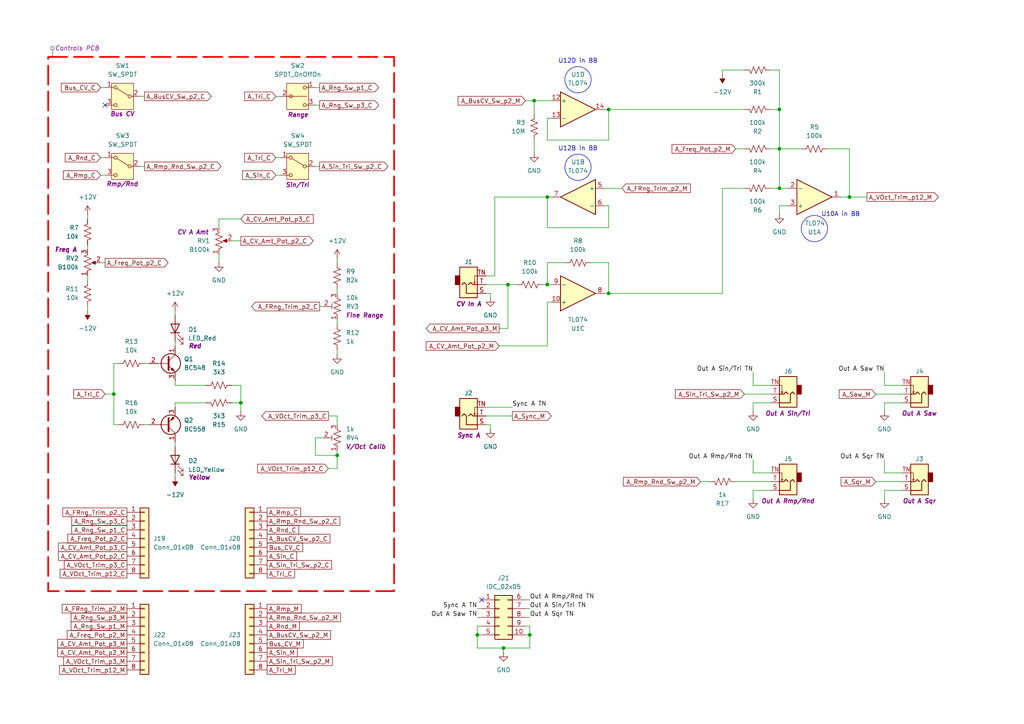
<source format=kicad_sch>
(kicad_sch (version 20250114) (generator "eeschema") (generator_version "9.0")
  (paper "A4")
  (title_block (company "DMH Instruments") (comment 1 "PCB for 10cm Kosmo format synthesizer module"))
  (lib_symbols
    (symbol "Amplifier_Operational:TL074" (pin_names (offset 0.127))
      (property "Reference" "U" (at 0 5.08 0))
      (property "Value" "TL074" (at 0 -5.08 0))
      (symbol "TL074_1_1"
        (pin input line (at -7.62 2.54 0) (length 2.54) (name "+") (number "3"))
        (pin input line (at -7.62 -2.54 0) (length 2.54) (name "-") (number "2"))
        (pin output line (at 7.62 0 180) (length 2.54) (name "~") (number "1"))
      )
      (symbol "TL074_2_1"
        (pin input line (at -7.62 2.54 0) (length 2.54) (name "+") (number "5"))
        (pin input line (at -7.62 -2.54 0) (length 2.54) (name "-") (number "6"))
        (pin output line (at 7.62 0 180) (length 2.54) (name "~") (number "7"))
      )
      (symbol "TL074_3_1"
        (pin input line (at -7.62 2.54 0) (length 2.54) (name "+") (number "10"))
        (pin input line (at -7.62 -2.54 0) (length 2.54) (name "-") (number "9"))
        (pin output line (at 7.62 0 180) (length 2.54) (name "~") (number "8"))
      )
      (symbol "TL074_4_1"
        (pin input line (at -7.62 2.54 0) (length 2.54) (name "+") (number "12"))
        (pin input line (at -7.62 -2.54 0) (length 2.54) (name "-") (number "13"))
        (pin output line (at 7.62 0 180) (length 2.54) (name "~") (number "14"))
      )
      (symbol "TL074_5_1"
        (pin power_in line (at -2.54 7.62 270) (length 3.81) (name "V+") (number "4"))
        (pin power_in line (at -2.54 -7.62 90) (length 3.81) (name "V-") (number "11"))
      )
    )
    (symbol "Connector_Generic:Conn_01x08" (pin_names (offset 1.016) (hide yes))
      (property "Reference" "J" (at 0 10.16 0))
      (property "Value" "Conn_01x08" (at 0 -12.7 0))
      (symbol "Conn_01x08_1_1"
        (pin passive line (at -5.08 7.62 0) (length 3.81) (name "Pin_1") (number "1"))
        (pin passive line (at -5.08 5.08 0) (length 3.81) (name "Pin_2") (number "2"))
        (pin passive line (at -5.08 2.54 0) (length 3.81) (name "Pin_3") (number "3"))
        (pin passive line (at -5.08 0 0) (length 3.81) (name "Pin_4") (number "4"))
        (pin passive line (at -5.08 -2.54 0) (length 3.81) (name "Pin_5") (number "5"))
        (pin passive line (at -5.08 -5.08 0) (length 3.81) (name "Pin_6") (number "6"))
        (pin passive line (at -5.08 -7.62 0) (length 3.81) (name "Pin_7") (number "7"))
        (pin passive line (at -5.08 -10.16 0) (length 3.81) (name "Pin_8") (number "8"))
      )
    )
    (symbol "Device:LED" (pin_numbers (hide yes)) (pin_names (offset 1.016) (hide yes))
      (property "Reference" "D" (at 0 2.54 0))
      (property "Value" "LED" (at 0 -2.54 0))
      (symbol "LED_1_1"
        (pin passive line (at -3.81 0 0) (length 2.54) (name "K") (number "1"))
        (pin passive line (at 3.81 0 180) (length 2.54) (name "A") (number "2"))
      )
    )
    (symbol "Device:R_Potentiometer_Trim_US" (pin_names (offset 1.016) (hide yes))
      (property "Reference" "RV" (at -4.445 0 90))
      (property "Value" "R_Potentiometer_Trim_US" (at -2.54 0 90))
      (symbol "R_Potentiometer_Trim_US_1_1"
        (pin passive line (at 0 3.81 270) (length 1.27) (name "1") (number "1"))
        (pin passive line (at 0 -3.81 90) (length 1.27) (name "3") (number "3"))
        (pin passive line (at 3.81 0 180) (length 1.27) (name "2") (number "2"))
      )
    )
    (symbol "Device:R_Potentiometer_US" (pin_names (offset 1.016) (hide yes))
      (property "Reference" "RV" (at -4.445 0 90))
      (property "Value" "R_Potentiometer_US" (at -2.54 0 90))
      (symbol "R_Potentiometer_US_1_1"
        (pin passive line (at 0 3.81 270) (length 1.27) (name "1") (number "1"))
        (pin passive line (at 0 -3.81 90) (length 1.27) (name "3") (number "3"))
        (pin passive line (at 3.81 0 180) (length 1.27) (name "2") (number "2"))
      )
    )
    (symbol "Device:R_US" (pin_numbers (hide yes)) (pin_names (offset 0))
      (property "Reference" "R" (at 2.54 0 90))
      (property "Value" "R_US" (at -2.54 0 90))
      (symbol "R_US_1_1"
        (pin passive line (at 0 3.81 270) (length 1.27) (name "~") (number "1"))
        (pin passive line (at 0 -3.81 90) (length 1.27) (name "~") (number "2"))
      )
    )
    (symbol "Switch:SW_SPDT" (pin_names (offset 0) (hide yes))
      (property "Reference" "SW" (at 0 5.08 0))
      (property "Value" "SW_SPDT" (at 0 -5.08 0))
      (symbol "SW_SPDT_1_1"
        (pin passive line (at -5.08 0 0) (length 2.54) (name "B") (number "2"))
        (pin passive line (at 5.08 2.54 180) (length 2.54) (name "A") (number "1"))
        (pin passive line (at 5.08 -2.54 180) (length 2.54) (name "C") (number "3"))
      )
    )
    (symbol "SynthStuff:BackBone_Connector_10Pin" (pin_names (offset 1.016) (hide yes))
      (property "Reference" "J" (at 0 -10.922 0))
      (property "Value" "IDC_02x05" (at 0 -8.382 0))
      (symbol "BackBone_Connector_10Pin_1_1"
        (pin passive line (at -6.35 5.08 0) (length 3.81) (name "Pin_1") (number "1"))
        (pin passive line (at -6.35 2.54 0) (length 3.81) (name "Pin_2") (number "2"))
        (pin passive line (at -6.35 0 0) (length 3.81) (name "Pin_3") (number "3"))
        (pin passive line (at -6.35 -2.54 0) (length 3.81) (name "Pin_4") (number "4"))
        (pin passive line (at -6.35 -5.08 0) (length 3.81) (name "Pin_5") (number "5"))
        (pin passive line (at 6.35 5.08 180) (length 3.81) (name "Pin_6") (number "6"))
        (pin passive line (at 6.35 2.54 180) (length 3.81) (name "Pin_7") (number "7"))
        (pin passive line (at 6.35 0 180) (length 3.81) (name "Pin_8") (number "8"))
        (pin passive line (at 6.35 -2.54 180) (length 3.81) (name "Pin_9") (number "9"))
        (pin passive line (at 6.35 -5.08 180) (length 3.81) (name "Pin_10") (number "10"))
      )
    )
    (symbol "SynthStuff:SW_SPDT_OnOffOn" (pin_names (offset 0) (hide yes))
      (property "Reference" "SW" (at 0 5.08 0))
      (property "Value" "SPDT_OnOffOn" (at 0 -5.08 0))
      (symbol "SW_SPDT_OnOffOn_1_1"
        (pin passive line (at -5.08 0 0) (length 2.54) (name "B") (number "2"))
        (pin passive line (at 5.08 2.54 180) (length 2.54) (name "A") (number "1"))
        (pin passive line (at 5.08 -2.54 180) (length 2.54) (name "C") (number "3"))
      )
    )
    (symbol "SynthStuff:TS_Jack_6.35mm_Sw"
      (property "Reference" "J" (at -0.635 8.89 0))
      (property "Value" "TS_Jack_6.35mm_Sw" (at -0.635 6.35 0))
      (symbol "TS_Jack_6.35mm_Sw_1_1"
        (pin passive line (at 5.08 2.54 180) (length 2.54) (name "~") (number "S"))
        (pin passive line (at 5.08 0 180) (length 2.54) (name "~") (number "T"))
        (pin passive line (at 5.08 -2.54 180) (length 2.54) (name "~") (number "TN"))
      )
    )
    (symbol "Transistor_BJT:BC548" (pin_names (offset 0) (hide yes))
      (property "Reference" "Q" (at 5.08 1.905 0))
      (property "Value" "BC548" (at 5.08 0 0))
      (symbol "BC548_1_1"
        (pin input line (at -5.08 0 0) (length 2.54) (name "B") (number "2"))
        (pin passive line (at 2.54 5.08 270) (length 2.54) (name "C") (number "1"))
        (pin passive line (at 2.54 -5.08 90) (length 2.54) (name "E") (number "3"))
      )
    )
    (symbol "Transistor_BJT:BC558" (pin_names (offset 0) (hide yes))
      (property "Reference" "Q" (at 5.08 1.905 0))
      (property "Value" "BC558" (at 5.08 0 0))
      (symbol "BC558_1_1"
        (pin input line (at -5.08 0 0) (length 2.54) (name "B") (number "2"))
        (pin passive line (at 2.54 5.08 270) (length 2.54) (name "C") (number "1"))
        (pin passive line (at 2.54 -5.08 90) (length 2.54) (name "E") (number "3"))
      )
    )
    (symbol "power:+12V" (power) (pin_numbers (hide yes)) (pin_names (offset 0) (hide yes))
      (property "Value" "+12V" (at 0 3.556 0))
      (symbol "+12V_1_1"
        (pin power_in line (at 0 0 90) (length 0) (name "~") (number "1"))
      )
    )
    (symbol "power:-12V" (power) (pin_numbers (hide yes)) (pin_names (offset 0) (hide yes))
      (property "Value" "-12V" (at 0 3.556 0))
      (symbol "-12V_0_0"
        (pin power_in line (at 0 0 90) (length 0) (name "~") (number "1"))
      )
    )
    (symbol "power:GND" (power) (pin_numbers (hide yes)) (pin_names (offset 0) (hide yes))
      (property "Value" "GND" (at 0 -3.81 0))
      (symbol "GND_1_1"
        (pin power_in line (at 0 0 270) (length 0) (name "~") (number "1"))
      )
    )
  )
  (circle (center 236.22 66.294) (radius 3.81))
  (circle (center 167.64 48.514) (radius 3.81))
  (circle (center 167.64 23.114) (radius 3.81))
  (text "U12B in BB" (at 167.64 43.18 0) (effects (font (size 1.27 1.27))))
  (text "U10A in BB" (at 243.84 62.23 0) (effects (font (size 1.27 1.27))))
  (text "U12D in BB" (at 167.64 17.78 0) (effects (font (size 1.27 1.27))))
  (junction (at 154.94 29.21))
  (junction (at 146.05 187.96))
  (junction (at 158.75 82.55))
  (junction (at 158.75 57.15))
  (junction (at 147.32 82.55))
  (junction (at 176.53 31.75))
  (junction (at 153.67 184.15))
  (junction (at 226.06 54.61))
  (junction (at 226.06 31.75))
  (junction (at 176.53 85.09))
  (junction (at 97.79 132.08))
  (junction (at 138.43 184.15))
  (junction (at 33.02 114.3))
  (junction (at 226.06 43.18))
  (junction (at 246.38 57.15))
  (junction (at 69.85 116.84))
  (no_connect (at 139.7 173.99))
  (no_connect (at 30.48 30.48))
  (wire (pts (xy 25.4 88.9) (xy 25.4 90.17)))
  (wire (pts (xy 223.52 31.75) (xy 226.06 31.75)))
  (wire (pts (xy 218.44 137.16) (xy 223.52 137.16)))
  (wire (pts (xy 97.79 120.65) (xy 97.79 123.19)))
  (wire (pts (xy 153.67 184.15) (xy 153.67 187.96)))
  (wire (pts (xy 254 114.3) (xy 261.62 114.3)))
  (wire (pts (xy 256.54 142.24) (xy 256.54 144.78)))
  (wire (pts (xy 176.53 85.09) (xy 175.26 85.09)))
  (wire (pts (xy 97.79 83.82) (xy 97.79 85.09)))
  (wire (pts (xy 33.02 114.3) (xy 33.02 105.41)))
  (wire (pts (xy 203.2 139.7) (xy 205.74 139.7)))
  (wire (pts (xy 91.44 127) (xy 91.44 132.08)))
  (wire (pts (xy 218.44 116.84) (xy 218.44 119.38)))
  (wire (pts (xy 158.75 66.04) (xy 158.75 57.15)))
  (wire (pts (xy 91.44 25.4) (xy 92.71 25.4)))
  (wire (pts (xy 91.44 30.48) (xy 92.71 30.48)))
  (wire (pts (xy 143.51 80.01) (xy 143.51 57.15)))
  (wire (pts (xy 226.06 43.18) (xy 226.06 54.61)))
  (wire (pts (xy 158.75 82.55) (xy 160.02 82.55)))
  (wire (pts (xy 25.4 71.12) (xy 25.4 72.39)))
  (wire (pts (xy 50.8 111.76) (xy 50.8 110.49)))
  (wire (pts (xy 218.44 142.24) (xy 218.44 144.78)))
  (wire (pts (xy 140.97 118.11) (xy 148.59 118.11)))
  (wire (pts (xy 246.38 57.15) (xy 251.46 57.15)))
  (wire (pts (xy 209.55 21.59) (xy 209.55 20.32)))
  (wire (pts (xy 59.69 111.76) (xy 50.8 111.76)))
  (wire (pts (xy 41.91 105.41) (xy 43.18 105.41)))
  (wire (pts (xy 152.4 173.99) (xy 153.67 173.99)))
  (wire (pts (xy 223.52 142.24) (xy 218.44 142.24)))
  (wire (pts (xy 223.52 54.61) (xy 226.06 54.61)))
  (wire (pts (xy 171.45 76.2) (xy 176.53 76.2)))
  (wire (pts (xy 95.25 135.89) (xy 97.79 135.89)))
  (wire (pts (xy 213.36 139.7) (xy 223.52 139.7)))
  (wire (pts (xy 146.05 187.96) (xy 146.05 189.23)))
  (wire (pts (xy 50.8 99.06) (xy 50.8 100.33)))
  (wire (pts (xy 33.02 123.19) (xy 33.02 114.3)))
  (wire (pts (xy 25.4 62.23) (xy 25.4 63.5)))
  (wire (pts (xy 175.26 31.75) (xy 176.53 31.75)))
  (wire (pts (xy 142.24 86.36) (xy 142.24 85.09)))
  (wire (pts (xy 154.94 40.64) (xy 154.94 44.45)))
  (wire (pts (xy 34.29 123.19) (xy 33.02 123.19)))
  (wire (pts (xy 30.48 114.3) (xy 33.02 114.3)))
  (wire (pts (xy 246.38 43.18) (xy 246.38 57.15)))
  (wire (pts (xy 176.53 40.64) (xy 176.53 31.75)))
  (wire (pts (xy 246.38 57.15) (xy 243.84 57.15)))
  (wire (pts (xy 29.21 76.2) (xy 30.48 76.2)))
  (wire (pts (xy 95.25 120.65) (xy 97.79 120.65)))
  (wire (pts (xy 226.06 43.18) (xy 232.41 43.18)))
  (wire (pts (xy 176.53 76.2) (xy 176.53 85.09)))
  (wire (pts (xy 138.43 176.53) (xy 139.7 176.53)))
  (wire (pts (xy 29.21 25.4) (xy 30.48 25.4)))
  (wire (pts (xy 223.52 20.32) (xy 226.06 20.32)))
  (wire (pts (xy 256.54 107.95) (xy 256.54 111.76)))
  (wire (pts (xy 226.06 59.69) (xy 226.06 62.23)))
  (wire (pts (xy 152.4 184.15) (xy 153.67 184.15)))
  (wire (pts (xy 144.78 100.33) (xy 158.75 100.33)))
  (wire (pts (xy 138.43 181.61) (xy 138.43 184.15)))
  (wire (pts (xy 67.31 69.85) (xy 69.85 69.85)))
  (wire (pts (xy 140.97 120.65) (xy 148.59 120.65)))
  (wire (pts (xy 138.43 184.15) (xy 138.43 187.96)))
  (wire (pts (xy 29.21 50.8) (xy 30.48 50.8)))
  (wire (pts (xy 80.01 50.8) (xy 81.28 50.8)))
  (wire (pts (xy 139.7 181.61) (xy 138.43 181.61)))
  (wire (pts (xy 140.97 82.55) (xy 147.32 82.55)))
  (wire (pts (xy 158.75 76.2) (xy 158.75 82.55)))
  (wire (pts (xy 59.69 116.84) (xy 50.8 116.84)))
  (wire (pts (xy 80.01 45.72) (xy 81.28 45.72)))
  (wire (pts (xy 50.8 116.84) (xy 50.8 118.11)))
  (wire (pts (xy 226.06 20.32) (xy 226.06 31.75)))
  (wire (pts (xy 213.36 43.18) (xy 215.9 43.18)))
  (wire (pts (xy 29.21 45.72) (xy 30.48 45.72)))
  (wire (pts (xy 25.4 80.01) (xy 25.4 81.28)))
  (wire (pts (xy 67.31 111.76) (xy 69.85 111.76)))
  (wire (pts (xy 142.24 124.46) (xy 142.24 123.19)))
  (wire (pts (xy 147.32 95.25) (xy 147.32 82.55)))
  (wire (pts (xy 152.4 179.07) (xy 153.67 179.07)))
  (wire (pts (xy 176.53 85.09) (xy 209.55 85.09)))
  (wire (pts (xy 50.8 137.16) (xy 50.8 138.43)))
  (wire (pts (xy 223.52 116.84) (xy 218.44 116.84)))
  (wire (pts (xy 138.43 187.96) (xy 146.05 187.96)))
  (wire (pts (xy 67.31 116.84) (xy 69.85 116.84)))
  (wire (pts (xy 226.06 59.69) (xy 228.6 59.69)))
  (wire (pts (xy 153.67 181.61) (xy 153.67 184.15)))
  (wire (pts (xy 254 139.7) (xy 261.62 139.7)))
  (wire (pts (xy 218.44 111.76) (xy 223.52 111.76)))
  (wire (pts (xy 97.79 101.6) (xy 97.79 102.87)))
  (wire (pts (xy 142.24 123.19) (xy 140.97 123.19)))
  (wire (pts (xy 93.98 127) (xy 91.44 127)))
  (wire (pts (xy 261.62 142.24) (xy 256.54 142.24)))
  (wire (pts (xy 143.51 57.15) (xy 158.75 57.15)))
  (wire (pts (xy 97.79 132.08) (xy 97.79 130.81)))
  (wire (pts (xy 215.9 114.3) (xy 223.52 114.3)))
  (wire (pts (xy 256.54 116.84) (xy 256.54 119.38)))
  (wire (pts (xy 158.75 34.29) (xy 158.75 40.64)))
  (wire (pts (xy 175.26 59.69) (xy 176.53 59.69)))
  (wire (pts (xy 146.05 187.96) (xy 153.67 187.96)))
  (wire (pts (xy 180.34 54.61) (xy 175.26 54.61)))
  (wire (pts (xy 80.01 27.94) (xy 81.28 27.94)))
  (wire (pts (xy 50.8 128.27) (xy 50.8 129.54)))
  (wire (pts (xy 69.85 116.84) (xy 69.85 119.38)))
  (wire (pts (xy 256.54 111.76) (xy 261.62 111.76)))
  (wire (pts (xy 97.79 135.89) (xy 97.79 132.08)))
  (wire (pts (xy 158.75 76.2) (xy 163.83 76.2)))
  (wire (pts (xy 160.02 34.29) (xy 158.75 34.29)))
  (wire (pts (xy 91.44 132.08) (xy 97.79 132.08)))
  (wire (pts (xy 63.5 63.5) (xy 63.5 66.04)))
  (wire (pts (xy 40.64 27.94) (xy 41.91 27.94)))
  (wire (pts (xy 138.43 179.07) (xy 139.7 179.07)))
  (wire (pts (xy 209.55 20.32) (xy 215.9 20.32)))
  (wire (pts (xy 176.53 31.75) (xy 215.9 31.75)))
  (wire (pts (xy 41.91 123.19) (xy 43.18 123.19)))
  (wire (pts (xy 50.8 90.17) (xy 50.8 91.44)))
  (wire (pts (xy 152.4 176.53) (xy 153.67 176.53)))
  (wire (pts (xy 154.94 29.21) (xy 154.94 33.02)))
  (wire (pts (xy 209.55 85.09) (xy 209.55 54.61)))
  (wire (pts (xy 157.48 82.55) (xy 158.75 82.55)))
  (wire (pts (xy 223.52 43.18) (xy 226.06 43.18)))
  (wire (pts (xy 152.4 29.21) (xy 154.94 29.21)))
  (wire (pts (xy 158.75 100.33) (xy 158.75 87.63)))
  (wire (pts (xy 92.71 88.9) (xy 93.98 88.9)))
  (wire (pts (xy 152.4 181.61) (xy 153.67 181.61)))
  (wire (pts (xy 97.79 74.93) (xy 97.79 76.2)))
  (wire (pts (xy 209.55 54.61) (xy 215.9 54.61)))
  (wire (pts (xy 218.44 137.16) (xy 218.44 133.35)))
  (wire (pts (xy 69.85 63.5) (xy 63.5 63.5)))
  (wire (pts (xy 147.32 82.55) (xy 149.86 82.55)))
  (wire (pts (xy 97.79 92.71) (xy 97.79 93.98)))
  (wire (pts (xy 142.24 85.09) (xy 140.97 85.09)))
  (wire (pts (xy 140.97 80.01) (xy 143.51 80.01)))
  (wire (pts (xy 228.6 54.61) (xy 226.06 54.61)))
  (wire (pts (xy 40.64 48.26) (xy 41.91 48.26)))
  (wire (pts (xy 138.43 184.15) (xy 139.7 184.15)))
  (wire (pts (xy 261.62 116.84) (xy 256.54 116.84)))
  (wire (pts (xy 176.53 66.04) (xy 158.75 66.04)))
  (wire (pts (xy 154.94 29.21) (xy 160.02 29.21)))
  (wire (pts (xy 160.02 57.15) (xy 158.75 57.15)))
  (wire (pts (xy 158.75 87.63) (xy 160.02 87.63)))
  (wire (pts (xy 144.78 95.25) (xy 147.32 95.25)))
  (wire (pts (xy 256.54 137.16) (xy 261.62 137.16)))
  (wire (pts (xy 91.44 48.26) (xy 92.71 48.26)))
  (wire (pts (xy 226.06 31.75) (xy 226.06 43.18)))
  (wire (pts (xy 240.03 43.18) (xy 246.38 43.18)))
  (wire (pts (xy 158.75 40.64) (xy 176.53 40.64)))
  (wire (pts (xy 218.44 107.95) (xy 218.44 111.76)))
  (wire (pts (xy 176.53 59.69) (xy 176.53 66.04)))
  (wire (pts (xy 63.5 73.66) (xy 63.5 76.2)))
  (wire (pts (xy 33.02 105.41) (xy 34.29 105.41)))
  (wire (pts (xy 69.85 111.76) (xy 69.85 116.84)))
  (wire (pts (xy 256.54 133.35) (xy 256.54 137.16)))
  (label "Out A Sin{slash}Tri TN" (at 218.44 107.95 180))
  (label "Out A Rmp{slash}Rnd TN" (at 153.67 173.99 0))
  (label "Out A Rmp{slash}Rnd TN" (at 218.44 133.35 180))
  (label "Out A Sqr TN" (at 256.54 133.35 180))
  (label "Out A Saw TN" (at 256.54 107.95 180))
  (label "Out A Sqr TN" (at 153.67 179.07 0))
  (label "Out A Sin{slash}Tri TN" (at 153.67 176.53 0))
  (label "Out A Saw TN" (at 138.43 179.07 180))
  (label "Sync A TN" (at 148.59 118.11 0))
  (label "Sync A TN" (at 138.43 176.53 180))
  (global_label "A_Freq_Pot_p2_C" (shape output) (at 30.48 76.2 0) (property "Intersheetrefs" "${INTERSHEET_REFS}" (effects (hide yes))))
  (global_label "A_VOct_Trim_p12_C" (shape passive) (at 36.83 166.37 180) (property "Intersheetrefs" "${INTERSHEET_REFS}" (effects (hide yes))))
  (global_label "A_CV_Amt_Pot_p2_C" (shape output) (at 69.85 69.85 0) (property "Intersheetrefs" "${INTERSHEET_REFS}" (effects (hide yes))))
  (global_label "A_CV_Amt_Pot_p3_M" (shape passive) (at 36.83 186.69 180) (property "Intersheetrefs" "${INTERSHEET_REFS}" (effects (hide yes))))
  (global_label "A_Rng_Sw_p3_M" (shape passive) (at 36.83 179.07 180) (property "Intersheetrefs" "${INTERSHEET_REFS}" (effects (hide yes))))
  (global_label "A_BusCV_Sw_p2_C" (shape output) (at 41.91 27.94 0) (property "Intersheetrefs" "${INTERSHEET_REFS}" (effects (hide yes))))
  (global_label "A_Rmp_C" (shape input) (at 29.21 50.8 180) (property "Intersheetrefs" "${INTERSHEET_REFS}" (effects (hide yes))))
  (global_label "A_Freq_Pot_p2_C" (shape passive) (at 36.83 156.21 180) (property "Intersheetrefs" "${INTERSHEET_REFS}" (effects (hide yes))))
  (global_label "A_VOct_Trim_p3_C" (shape output) (at 95.25 120.65 180) (property "Intersheetrefs" "${INTERSHEET_REFS}" (effects (hide yes))))
  (global_label "A_CV_Amt_Pot_p3_C" (shape passive) (at 36.83 158.75 180) (property "Intersheetrefs" "${INTERSHEET_REFS}" (effects (hide yes))))
  (global_label "A_Tri_C" (shape input) (at 30.48 114.3 180) (property "Intersheetrefs" "${INTERSHEET_REFS}" (effects (hide yes))))
  (global_label "A_CV_Amt_Pot_p2_M" (shape input) (at 144.78 100.33 180) (property "Intersheetrefs" "${INTERSHEET_REFS}" (effects (hide yes))))
  (global_label "A_Tri_C" (shape input) (at 80.01 27.94 180) (property "Intersheetrefs" "${INTERSHEET_REFS}" (effects (hide yes))))
  (global_label "A_FRng_Trim_p2_M" (shape input) (at 180.34 54.61 0) (property "Intersheetrefs" "${INTERSHEET_REFS}" (effects (hide yes))))
  (global_label "A_Sin_Tri_Sw_p2_C" (shape passive) (at 77.47 163.83 0) (property "Intersheetrefs" "${INTERSHEET_REFS}" (effects (hide yes))))
  (global_label "A_Rmp_M" (shape passive) (at 77.47 176.53 0) (property "Intersheetrefs" "${INTERSHEET_REFS}" (effects (hide yes))))
  (global_label "A_Rng_Sw_p1_C" (shape output) (at 92.71 25.4 0) (property "Intersheetrefs" "${INTERSHEET_REFS}" (effects (hide yes))))
  (global_label "A_CV_Amt_Pot_p2_C" (shape passive) (at 36.83 161.29 180) (property "Intersheetrefs" "${INTERSHEET_REFS}" (effects (hide yes))))
  (global_label "A_BusCV_Sw_p2_M" (shape passive) (at 77.47 184.15 0) (property "Intersheetrefs" "${INTERSHEET_REFS}" (effects (hide yes))))
  (global_label "A_Rng_Sw_p3_C" (shape passive) (at 36.83 151.13 180) (property "Intersheetrefs" "${INTERSHEET_REFS}" (effects (hide yes))))
  (global_label "A_CV_Amt_Pot_p2_M" (shape passive) (at 36.83 189.23 180) (property "Intersheetrefs" "${INTERSHEET_REFS}" (effects (hide yes))))
  (global_label "A_Freq_Pot_p2_M" (shape passive) (at 36.83 184.15 180) (property "Intersheetrefs" "${INTERSHEET_REFS}" (effects (hide yes))))
  (global_label "A_Sin_C" (shape passive) (at 77.47 161.29 0) (property "Intersheetrefs" "${INTERSHEET_REFS}" (effects (hide yes))))
  (global_label "A_VOct_Trim_p3_M" (shape passive) (at 36.83 191.77 180) (property "Intersheetrefs" "${INTERSHEET_REFS}" (effects (hide yes))))
  (global_label "A_Sync_M" (shape output) (at 148.59 120.65 0) (property "Intersheetrefs" "${INTERSHEET_REFS}" (effects (hide yes))))
  (global_label "A_Sin_Tri_Sw_p2_M" (shape passive) (at 77.47 191.77 0) (property "Intersheetrefs" "${INTERSHEET_REFS}" (effects (hide yes))))
  (global_label "A_Rmp_C" (shape passive) (at 77.47 148.59 0) (property "Intersheetrefs" "${INTERSHEET_REFS}" (effects (hide yes))))
  (global_label "A_CV_Amt_Pot_p3_C" (shape input) (at 69.85 63.5 0) (property "Intersheetrefs" "${INTERSHEET_REFS}" (effects (hide yes))))
  (global_label "A_Rmp_Rnd_Sw_p2_M" (shape passive) (at 77.47 179.07 0) (property "Intersheetrefs" "${INTERSHEET_REFS}" (effects (hide yes))))
  (global_label "A_Tri_C" (shape input) (at 80.01 45.72 180) (property "Intersheetrefs" "${INTERSHEET_REFS}" (effects (hide yes))))
  (global_label "Bus_CV_C" (shape passive) (at 77.47 158.75 0) (property "Intersheetrefs" "${INTERSHEET_REFS}" (effects (hide yes))))
  (global_label "Bus_CV_M" (shape passive) (at 77.47 186.69 0) (property "Intersheetrefs" "${INTERSHEET_REFS}" (effects (hide yes))))
  (global_label "A_Sin_Tri_Sw_p2_M" (shape input) (at 215.9 114.3 180) (property "Intersheetrefs" "${INTERSHEET_REFS}" (effects (hide yes))))
  (global_label "A_Rng_Sw_p1_C" (shape passive) (at 36.83 153.67 180) (property "Intersheetrefs" "${INTERSHEET_REFS}" (effects (hide yes))))
  (global_label "A_VOct_Trim_p12_M" (shape output) (at 251.46 57.15 0) (property "Intersheetrefs" "${INTERSHEET_REFS}" (effects (hide yes))))
  (global_label "A_Tri_C" (shape passive) (at 77.47 166.37 0) (property "Intersheetrefs" "${INTERSHEET_REFS}" (effects (hide yes))))
  (global_label "A_Rnd_M" (shape passive) (at 77.47 181.61 0) (property "Intersheetrefs" "${INTERSHEET_REFS}" (effects (hide yes))))
  (global_label "A_Rmp_Rnd_Sw_p2_C" (shape output) (at 41.91 48.26 0) (property "Intersheetrefs" "${INTERSHEET_REFS}" (effects (hide yes))))
  (global_label "A_FRng_Trim_p2_C" (shape output) (at 92.71 88.9 180) (property "Intersheetrefs" "${INTERSHEET_REFS}" (effects (hide yes))))
  (global_label "A_Rng_Sw_p3_C" (shape output) (at 92.71 30.48 0) (property "Intersheetrefs" "${INTERSHEET_REFS}" (effects (hide yes))))
  (global_label "A_BusCV_Sw_p2_M" (shape input) (at 152.4 29.21 180) (property "Intersheetrefs" "${INTERSHEET_REFS}" (effects (hide yes))))
  (global_label "A_BusCV_Sw_p2_C" (shape passive) (at 77.47 156.21 0) (property "Intersheetrefs" "${INTERSHEET_REFS}" (effects (hide yes))))
  (global_label "A_VOct_Trim_p12_C" (shape input) (at 95.25 135.89 180) (property "Intersheetrefs" "${INTERSHEET_REFS}" (effects (hide yes))))
  (global_label "A_Tri_M" (shape passive) (at 77.47 194.31 0) (property "Intersheetrefs" "${INTERSHEET_REFS}" (effects (hide yes))))
  (global_label "A_Rnd_C" (shape input) (at 29.21 45.72 180) (property "Intersheetrefs" "${INTERSHEET_REFS}" (effects (hide yes))))
  (global_label "A_Rng_Sw_p1_M" (shape passive) (at 36.83 181.61 180) (property "Intersheetrefs" "${INTERSHEET_REFS}" (effects (hide yes))))
  (global_label "A_VOct_Trim_p3_C" (shape passive) (at 36.83 163.83 180) (property "Intersheetrefs" "${INTERSHEET_REFS}" (effects (hide yes))))
  (global_label "A_Sqr_M" (shape input) (at 254 139.7 180) (property "Intersheetrefs" "${INTERSHEET_REFS}" (effects (hide yes))))
  (global_label "A_Rmp_Rnd_Sw_p2_M" (shape input) (at 203.2 139.7 180) (property "Intersheetrefs" "${INTERSHEET_REFS}" (effects (hide yes))))
  (global_label "A_CV_Amt_Pot_p3_M" (shape output) (at 144.78 95.25 180) (property "Intersheetrefs" "${INTERSHEET_REFS}" (effects (hide yes))))
  (global_label "A_Freq_Pot_p2_M" (shape input) (at 213.36 43.18 180) (property "Intersheetrefs" "${INTERSHEET_REFS}" (effects (hide yes))))
  (global_label "A_FRng_Trim_p2_C" (shape passive) (at 36.83 148.59 180) (property "Intersheetrefs" "${INTERSHEET_REFS}" (effects (hide yes))))
  (global_label "A_Sin_M" (shape passive) (at 77.47 189.23 0) (property "Intersheetrefs" "${INTERSHEET_REFS}" (effects (hide yes))))
  (global_label "A_VOct_Trim_p12_M" (shape passive) (at 36.83 194.31 180) (property "Intersheetrefs" "${INTERSHEET_REFS}" (effects (hide yes))))
  (global_label "Bus_CV_C" (shape input) (at 29.21 25.4 180) (property "Intersheetrefs" "${INTERSHEET_REFS}" (effects (hide yes))))
  (global_label "A_Rmp_Rnd_Sw_p2_C" (shape passive) (at 77.47 151.13 0) (property "Intersheetrefs" "${INTERSHEET_REFS}" (effects (hide yes))))
  (global_label "A_Rnd_C" (shape passive) (at 77.47 153.67 0) (property "Intersheetrefs" "${INTERSHEET_REFS}" (effects (hide yes))))
  (global_label "A_Sin_Tri_Sw_p2_C" (shape output) (at 92.71 48.26 0) (property "Intersheetrefs" "${INTERSHEET_REFS}" (effects (hide yes))))
  (global_label "A_FRng_Trim_p2_M" (shape passive) (at 36.83 176.53 180) (property "Intersheetrefs" "${INTERSHEET_REFS}" (effects (hide yes))))
  (global_label "A_Saw_M" (shape input) (at 254 114.3 180) (property "Intersheetrefs" "${INTERSHEET_REFS}" (effects (hide yes))))
  (global_label "A_Sin_C" (shape input) (at 80.01 50.8 180) (property "Intersheetrefs" "${INTERSHEET_REFS}" (effects (hide yes))))
  (rule_area (polyline (pts (xy 13.97 16.51) (xy 114.3 16.51) (xy 114.3 171.45) (xy 13.97 171.45)) (stroke (width 0.5) (type dash))))
  (netclass_flag "" (length 2.54) (shape round) (at 15.24 16.51 0) (property "Component Class" "Controls PCB" (at 15.9385 13.97 0) (effects (font (italic yes)) (justify left))))
  (symbol (lib_id "Connector_Generic:Conn_01x08") (at 72.39 184.15 0) (mirror y) (unit 1) (on_board no)
    (property "Reference" "J23" (at 69.85 184.1499 0) (effects (justify left)))
    (property "Value" "Conn_01x08" (at 69.85 186.6899 0) (effects (justify left)))
    (property "Footprint" "Connector_PinHeader_2.54mm:PinHeader_1x08_P2.54mm_Vertical" (effects (hide yes)))
    (property "Description" "Generic connector, single row, 01x08, script generated (kicad-library-utils/schlib/autogen/connector/)" (effects (hide yes)))
  )
  (symbol (lib_id "Device:R_US") (at 167.64 76.2 90) (unit 1) (on_board no)
    (property "Reference" "R8" (at 167.64 69.85 90))
    (property "Value" "100k" (at 167.64 72.39 90))
    (property "Footprint" "Resistor_THT:R_Axial_DIN0207_L6.3mm_D2.5mm_P7.62mm_Horizontal" (effects (hide yes)))
    (property "Description" "Resistor, US symbol" (effects (hide yes)))
  )
  (symbol (lib_id "power:GND") (at 226.06 62.23 0) (unit 1) (on_board no)
    (property "Reference" "#PWR04" (effects (hide yes)))
    (property "Value" "GND" (at 226.06 67.31 0))
    (property "Description" "Power symbol creates a global label with name \"GND\" , ground" (effects (hide yes)))
  )
  (symbol (lib_id "Switch:SW_SPDT") (at 35.56 48.26 0) (mirror y) (unit 1)
    (property "Reference" "SW3" (at 35.56 39.37 0))
    (property "Value" "SW_SPDT" (at 35.56 41.91 0))
    (property "Footprint" "SynthStuff:Toggle_Switch_TE" (effects (hide yes)))
    (property "Description" "Switch, single pole double throw" (effects (hide yes)))
    (property "Function" "Rmp/Rnd" (at 35.56 53.34 0) (effects (font (thickness 0.254) (bold yes) (italic yes))))
  )
  (symbol (lib_id "Amplifier_Operational:TL074") (at 167.64 31.75 0) (unit 4) (on_board no)
    (property "Reference" "U1" (at 167.64 21.59 0))
    (property "Value" "TL074" (at 167.64 24.13 0))
    (property "Footprint" "Package_DIP:DIP-14_W7.62mm_Socket" (effects (hide yes)))
    (property "Datasheet" "http://www.ti.com/lit/ds/symlink/tl071.pdf" (effects (hide yes)))
    (property "Description" "Quad Low-Noise JFET-Input Operational Amplifiers, DIP-14/SOIC-14" (effects (hide yes)))
  )
  (symbol (lib_id "Device:R_US") (at 25.4 67.31 0) (mirror y) (unit 1)
    (property "Reference" "R7" (at 22.86 66.0399 0) (effects (justify left)))
    (property "Value" "10k" (at 22.86 68.5799 0) (effects (justify left)))
    (property "Footprint" "Resistor_THT:R_Axial_DIN0207_L6.3mm_D2.5mm_P7.62mm_Horizontal" (effects (hide yes)))
    (property "Description" "Resistor, US symbol" (effects (hide yes)))
  )
  (symbol (lib_id "power:GND") (at 256.54 144.78 0) (unit 1) (on_board no)
    (property "Reference" "#PWR017" (effects (hide yes)))
    (property "Value" "GND" (at 256.54 149.86 0))
    (property "Description" "Power symbol creates a global label with name \"GND\" , ground" (effects (hide yes)))
  )
  (symbol (lib_id "Device:R_US") (at 219.71 31.75 270) (mirror x) (unit 1) (on_board no)
    (property "Reference" "R2" (at 219.71 38.1 90))
    (property "Value" "100k" (at 219.71 35.56 90))
    (property "Footprint" "Resistor_THT:R_Axial_DIN0207_L6.3mm_D2.5mm_P7.62mm_Horizontal" (effects (hide yes)))
    (property "Description" "Resistor, US symbol" (effects (hide yes)))
  )
  (symbol (lib_id "Device:R_US") (at 97.79 80.01 180) (unit 1)
    (property "Reference" "R9" (at 100.33 78.7399 0) (effects (justify right)))
    (property "Value" "82k" (at 100.33 81.2799 0) (effects (justify right)))
    (property "Footprint" "Resistor_THT:R_Axial_DIN0207_L6.3mm_D2.5mm_P7.62mm_Horizontal" (effects (hide yes)))
    (property "Description" "Resistor, US symbol" (effects (hide yes)))
  )
  (symbol (lib_id "Switch:SW_SPDT") (at 35.56 27.94 0) (mirror y) (unit 1)
    (property "Reference" "SW1" (at 35.56 19.05 0))
    (property "Value" "SW_SPDT" (at 35.56 21.59 0))
    (property "Footprint" "SynthStuff:Toggle_Switch_TE" (effects (hide yes)))
    (property "Description" "Switch, single pole double throw" (effects (hide yes)))
    (property "Function" "Bus CV" (at 35.56 33.02 0) (effects (font (thickness 0.254) (bold yes) (italic yes))))
  )
  (symbol (lib_id "Device:R_US") (at 219.71 54.61 270) (mirror x) (unit 1) (on_board no)
    (property "Reference" "R6" (at 219.71 60.96 90))
    (property "Value" "100k" (at 219.71 58.42 90))
    (property "Footprint" "Resistor_THT:R_Axial_DIN0207_L6.3mm_D2.5mm_P7.62mm_Horizontal" (effects (hide yes)))
    (property "Description" "Resistor, US symbol" (effects (hide yes)))
  )
  (symbol (lib_id "Connector_Generic:Conn_01x08") (at 41.91 184.15 0) (unit 1) (on_board no)
    (property "Reference" "J22" (at 44.45 184.1499 0) (effects (justify left)))
    (property "Value" "Conn_01x08" (at 44.45 186.6899 0) (effects (justify left)))
    (property "Footprint" "Connector_PinHeader_2.54mm:PinHeader_1x08_P2.54mm_Vertical" (effects (hide yes)))
    (property "Description" "Generic connector, single row, 01x08, script generated (kicad-library-utils/schlib/autogen/connector/)" (effects (hide yes)))
  )
  (symbol (lib_id "Device:R_Potentiometer_Trim_US") (at 97.79 88.9 180) (unit 1)
    (property "Reference" "RV3" (at 100.33 88.9 0) (effects (justify right)))
    (property "Value" "10k" (at 100.33 86.36 0) (effects (justify right)))
    (property "Footprint" "Potentiometer_THT:Potentiometer_Bourns_3296W_Vertical" (effects (hide yes)))
    (property "Description" "Trim-potentiometer, US symbol" (effects (hide yes)))
    (property "Function" "Fine Range" (at 100.33 91.44 0) (effects (font (thickness 0.254) (bold yes) (italic yes)) (justify right)))
  )
  (symbol (lib_id "Device:R_US") (at 236.22 43.18 90) (unit 1) (on_board no)
    (property "Reference" "R5" (at 236.22 36.83 90))
    (property "Value" "100k" (at 236.22 39.37 90))
    (property "Footprint" "Resistor_THT:R_Axial_DIN0207_L6.3mm_D2.5mm_P7.62mm_Horizontal" (effects (hide yes)))
    (property "Description" "Resistor, US symbol" (effects (hide yes)))
  )
  (symbol (lib_id "Device:R_US") (at 153.67 82.55 90) (unit 1) (on_board no)
    (property "Reference" "R10" (at 153.67 76.2 90))
    (property "Value" "100k" (at 153.67 78.74 90))
    (property "Footprint" "Resistor_THT:R_Axial_DIN0207_L6.3mm_D2.5mm_P7.62mm_Horizontal" (effects (hide yes)))
    (property "Description" "Resistor, US symbol" (effects (hide yes)))
  )
  (symbol (lib_id "Device:R_Potentiometer_US") (at 25.4 76.2 0) (mirror x) (unit 1)
    (property "Reference" "RV2" (at 22.86 74.9299 0) (effects (justify right)))
    (property "Value" "B100k" (at 22.86 77.4699 0) (effects (justify right)))
    (property "Footprint" "SynthStuff:Potentiometer_Alpha_RD901F-40-00D_Single_Vertical" (effects (hide yes)))
    (property "Description" "Potentiometer, US symbol" (effects (hide yes)))
    (property "Function" "Freq A" (at 15.748 72.39 0) (effects (font (thickness 0.254) (bold yes) (italic yes)) (justify left)))
  )
  (symbol (lib_id "Device:R_US") (at 209.55 139.7 90) (mirror x) (unit 1) (on_board no)
    (property "Reference" "R17" (at 209.55 146.05 90))
    (property "Value" "1k" (at 209.55 143.51 90))
    (property "Footprint" "Resistor_THT:R_Axial_DIN0207_L6.3mm_D2.5mm_P7.62mm_Horizontal" (effects (hide yes)))
    (property "Description" "Resistor, US symbol" (effects (hide yes)))
  )
  (symbol (lib_id "power:GND") (at 146.05 189.23 0) (unit 1) (on_board no)
    (property "Reference" "#PWR018" (effects (hide yes)))
    (property "Value" "GND" (at 146.05 194.31 0))
    (property "Description" "Power symbol creates a global label with name \"GND\" , ground" (effects (hide yes)))
  )
  (symbol (lib_id "Device:R_US") (at 38.1 105.41 90) (unit 1)
    (property "Reference" "R13" (at 38.1 99.06 90))
    (property "Value" "10k" (at 38.1 101.6 90))
    (property "Footprint" "Resistor_THT:R_Axial_DIN0207_L6.3mm_D2.5mm_P7.62mm_Horizontal" (effects (hide yes)))
    (property "Description" "Resistor, US symbol" (effects (hide yes)))
  )
  (symbol (lib_id "SynthStuff:SW_SPDT_OnOffOn") (at 86.36 27.94 0) (unit 1)
    (property "Reference" "SW2" (at 86.36 19.05 0))
    (property "Value" "SPDT_OnOffOn" (at 86.36 21.59 0))
    (property "Footprint" "SynthStuff:Toggle_Switch_TE" (effects (hide yes)))
    (property "Description" "Switch, single pole double throw" (effects (hide yes)))
    (property "Function" "Range" (at 86.36 33.274 0) (effects (font (thickness 0.254) (bold yes) (italic yes))))
  )
  (symbol (lib_id "Device:R_US") (at 154.94 36.83 0) (mirror y) (unit 1) (on_board no)
    (property "Reference" "R3" (at 152.4 35.5599 0) (effects (justify left)))
    (property "Value" "10M" (at 152.4 38.0999 0) (effects (justify left)))
    (property "Footprint" "Resistor_THT:R_Axial_DIN0207_L6.3mm_D2.5mm_P7.62mm_Horizontal" (effects (hide yes)))
    (property "Description" "Resistor, US symbol" (effects (hide yes)))
  )
  (symbol (lib_id "power:+12V") (at 97.79 74.93 0) (unit 1)
    (property "Reference" "#PWR05" (effects (hide yes)))
    (property "Value" "+12V" (at 97.79 69.85 0))
    (property "Description" "Power symbol creates a global label with name \"+12V\"" (effects (hide yes)))
  )
  (symbol (lib_id "SynthStuff:TS_Jack_6.35mm_Sw") (at 266.7 114.3 180) (unit 1) (on_board no)
    (property "Reference" "J4" (at 266.7 107.696 0))
    (property "Value" "TS_Jack_6.35mm_Sw" (effects (hide yes)))
    (property "Footprint" "SynthStuff:CUI_MJ-63052A" (effects (hide yes)))
    (property "Description" "Audio Jack, 2 Poles (Mono / TS), Switched T Pole (Normalling), 6.35mm, 1/4inch" (effects (hide yes)))
    (property "Function" "Out A Saw" (at 266.7 119.888 0) (effects (font (thickness 0.254) (bold yes) (italic yes))))
  )
  (symbol (lib_id "power:GND") (at 69.85 119.38 0) (unit 1)
    (property "Reference" "#PWR011" (effects (hide yes)))
    (property "Value" "GND" (at 69.85 124.46 0))
    (property "Description" "Power symbol creates a global label with name \"GND\" , ground" (effects (hide yes)))
  )
  (symbol (lib_id "Device:R_US") (at 63.5 116.84 90) (mirror x) (unit 1)
    (property "Reference" "R15" (at 63.5 123.19 90))
    (property "Value" "3k3" (at 63.5 120.65 90))
    (property "Footprint" "Resistor_THT:R_Axial_DIN0207_L6.3mm_D2.5mm_P7.62mm_Horizontal" (effects (hide yes)))
    (property "Description" "Resistor, US symbol" (effects (hide yes)))
  )
  (symbol (lib_id "Amplifier_Operational:TL074") (at 167.64 85.09 0) (mirror x) (unit 3) (on_board no)
    (property "Reference" "U1" (at 167.64 95.25 0))
    (property "Value" "TL074" (at 167.64 92.71 0))
    (property "Footprint" "Package_DIP:DIP-14_W7.62mm_Socket" (effects (hide yes)))
    (property "Datasheet" "http://www.ti.com/lit/ds/symlink/tl071.pdf" (effects (hide yes)))
    (property "Description" "Quad Low-Noise JFET-Input Operational Amplifiers, DIP-14/SOIC-14" (effects (hide yes)))
  )
  (symbol (lib_id "power:GND") (at 154.94 44.45 0) (unit 1) (on_board no)
    (property "Reference" "#PWR02" (effects (hide yes)))
    (property "Value" "GND" (at 154.94 49.53 0))
    (property "Description" "Power symbol creates a global label with name \"GND\" , ground" (effects (hide yes)))
  )
  (symbol (lib_id "Connector_Generic:Conn_01x08") (at 72.39 156.21 0) (mirror y) (unit 1)
    (property "Reference" "J20" (at 69.85 156.2099 0) (effects (justify left)))
    (property "Value" "Conn_01x08" (at 69.85 158.7499 0) (effects (justify left)))
    (property "Footprint" "Connector_PinSocket_2.54mm:PinSocket_1x08_P2.54mm_Vertical" (effects (hide yes)))
    (property "Description" "Generic connector, single row, 01x08, script generated (kicad-library-utils/schlib/autogen/connector/)" (effects (hide yes)))
  )
  (symbol (lib_id "power:GND") (at 256.54 119.38 0) (unit 1) (on_board no)
    (property "Reference" "#PWR013" (effects (hide yes)))
    (property "Value" "GND" (at 256.54 124.46 0))
    (property "Description" "Power symbol creates a global label with name \"GND\" , ground" (effects (hide yes)))
  )
  (symbol (lib_id "SynthStuff:BackBone_Connector_10Pin") (at 146.05 179.07 0) (unit 1) (on_board no)
    (property "Reference" "J21" (at 146.05 167.64 0))
    (property "Value" "IDC_02x05" (at 146.05 170.18 0))
    (property "Footprint" "SynthStuff:IDC-Header_2x05_P2.54mm_Vertical_BackBone" (effects (hide yes)))
    (property "Description" "IDC jack, 2x5 pins, row a carries same signals as row b." (effects (hide yes)))
  )
  (symbol (lib_id "Device:R_US") (at 97.79 97.79 180) (unit 1)
    (property "Reference" "R12" (at 100.33 96.5199 0) (effects (justify right)))
    (property "Value" "1k" (at 100.33 99.0599 0) (effects (justify right)))
    (property "Footprint" "Resistor_THT:R_Axial_DIN0207_L6.3mm_D2.5mm_P7.62mm_Horizontal" (effects (hide yes)))
    (property "Description" "Resistor, US symbol" (effects (hide yes)))
  )
  (symbol (lib_id "SynthStuff:TS_Jack_6.35mm_Sw") (at 135.89 120.65 0) (mirror x) (unit 1) (on_board no)
    (property "Reference" "J2" (at 135.89 114.046 0))
    (property "Value" "TS_Jack_6.35mm_Sw" (effects (hide yes)))
    (property "Footprint" "SynthStuff:CUI_MJ-63052A" (effects (hide yes)))
    (property "Description" "Audio Jack, 2 Poles (Mono / TS), Switched T Pole (Normalling), 6.35mm, 1/4inch" (effects (hide yes)))
    (property "Function" "Sync A" (at 135.89 126.238 0) (effects (font (thickness 0.254) (bold yes) (italic yes))))
  )
  (symbol (lib_id "Device:R_US") (at 38.1 123.19 90) (unit 1)
    (property "Reference" "R16" (at 38.1 116.84 90))
    (property "Value" "10k" (at 38.1 119.38 90))
    (property "Footprint" "Resistor_THT:R_Axial_DIN0207_L6.3mm_D2.5mm_P7.62mm_Horizontal" (effects (hide yes)))
    (property "Description" "Resistor, US symbol" (effects (hide yes)))
  )
  (symbol (lib_id "power:-12V") (at 209.55 21.59 180) (unit 1) (on_board no)
    (property "Reference" "#PWR01" (effects (hide yes)))
    (property "Value" "-12V" (at 209.55 26.67 0))
    (property "Description" "Power symbol creates a global label with name \"-12V\"" (effects (hide yes)))
  )
  (symbol (lib_id "Transistor_BJT:BC548") (at 48.26 105.41 0) (unit 1)
    (property "Reference" "Q1" (at 53.34 104.1399 0) (effects (justify left)))
    (property "Value" "BC548" (at 53.34 106.6799 0) (effects (justify left)))
    (property "Footprint" "Package_TO_SOT_THT:TO-92L_Inline_Wide" (effects (hide yes)))
    (property "Datasheet" "https://www.onsemi.com/pub/Collateral/BC550-D.pdf" (effects (hide yes)))
    (property "Description" "0.1A Ic, 30V Vce, Small Signal NPN Transistor, TO-92" (effects (hide yes)))
    (property "Sim.Device" "NPN" (effects (hide yes)))
    (property "Sim.Pins" "1=C 2=B 3=E" (effects (hide yes)))
  )
  (symbol (lib_id "SynthStuff:TS_Jack_6.35mm_Sw") (at 135.89 82.55 0) (mirror x) (unit 1) (on_board no)
    (property "Reference" "J1" (at 135.89 75.946 0))
    (property "Value" "TS_Jack_6.35mm_Sw" (effects (hide yes)))
    (property "Footprint" "SynthStuff:CUI_MJ-63052A" (effects (hide yes)))
    (property "Description" "Audio Jack, 2 Poles (Mono / TS), Switched T Pole (Normalling), 6.35mm, 1/4inch" (effects (hide yes)))
    (property "Function" "CV In A" (at 135.89 88.138 0) (effects (font (thickness 0.254) (bold yes) (italic yes))))
  )
  (symbol (lib_id "Device:R_US") (at 25.4 85.09 0) (mirror y) (unit 1)
    (property "Reference" "R11" (at 22.86 83.8199 0) (effects (justify left)))
    (property "Value" "10k" (at 22.86 86.3599 0) (effects (justify left)))
    (property "Footprint" "Resistor_THT:R_Axial_DIN0207_L6.3mm_D2.5mm_P7.62mm_Horizontal" (effects (hide yes)))
    (property "Description" "Resistor, US symbol" (effects (hide yes)))
  )
  (symbol (lib_id "Switch:SW_SPDT") (at 86.36 48.26 0) (mirror y) (unit 1)
    (property "Reference" "SW4" (at 86.36 39.37 0))
    (property "Value" "SW_SPDT" (at 86.36 41.91 0))
    (property "Footprint" "SynthStuff:Toggle_Switch_TE" (effects (hide yes)))
    (property "Description" "Switch, single pole double throw" (effects (hide yes)))
    (property "Function" "Sin/Tri" (at 86.36 53.594 0) (effects (font (thickness 0.254) (bold yes) (italic yes))))
  )
  (symbol (lib_id "Device:LED") (at 50.8 133.35 90) (unit 1)
    (property "Reference" "D2" (at 54.61 133.6674 90) (effects (justify right)))
    (property "Value" "LED_Yellow" (at 54.61 136.2074 90) (effects (justify right)))
    (property "Footprint" "LED_THT:LED_D3.0mm" (effects (hide yes)))
    (property "Description" "Light emitting diode" (effects (hide yes)))
    (property "Function" "Yellow" (at 57.912 138.43 90) (effects (font (thickness 0.254) (bold yes) (italic yes))))
    (property "Sim.Pins" "1=K 2=A" (effects (hide yes)))
  )
  (symbol (lib_id "Amplifier_Operational:TL074") (at 236.22 57.15 0) (mirror x) (unit 1) (on_board no)
    (property "Reference" "U1" (at 236.22 67.31 0))
    (property "Value" "TL074" (at 233.426 64.77 0) (effects (justify left)))
    (property "Footprint" "Package_DIP:DIP-14_W7.62mm_Socket" (effects (hide yes)))
    (property "Datasheet" "http://www.ti.com/lit/ds/symlink/tl071.pdf" (effects (hide yes)))
    (property "Description" "Quad Low-Noise JFET-Input Operational Amplifiers, DIP-14/SOIC-14" (effects (hide yes)))
  )
  (symbol (lib_id "Device:R_US") (at 219.71 20.32 90) (mirror x) (unit 1) (on_board no)
    (property "Reference" "R1" (at 219.71 26.67 90))
    (property "Value" "300k" (at 219.71 24.13 90))
    (property "Footprint" "Resistor_THT:R_Axial_DIN0207_L6.3mm_D2.5mm_P7.62mm_Horizontal" (effects (hide yes)))
    (property "Description" "Resistor, US symbol" (effects (hide yes)))
  )
  (symbol (lib_id "SynthStuff:TS_Jack_6.35mm_Sw") (at 228.6 114.3 180) (unit 1) (on_board no)
    (property "Reference" "J6" (at 228.6 107.696 0))
    (property "Value" "TS_Jack_6.35mm_Sw" (effects (hide yes)))
    (property "Footprint" "SynthStuff:CUI_MJ-63052A" (effects (hide yes)))
    (property "Description" "Audio Jack, 2 Poles (Mono / TS), Switched T Pole (Normalling), 6.35mm, 1/4inch" (effects (hide yes)))
    (property "Function" "Out A Sin/Tri" (at 228.6 119.888 0) (effects (font (thickness 0.254) (bold yes) (italic yes))))
  )
  (symbol (lib_id "Transistor_BJT:BC558") (at 48.26 123.19 0) (mirror x) (unit 1)
    (property "Reference" "Q2" (at 53.34 121.9199 0) (effects (justify left)))
    (property "Value" "BC558" (at 53.34 124.4599 0) (effects (justify left)))
    (property "Footprint" "Package_TO_SOT_THT:TO-92L_Inline_Wide" (effects (hide yes)))
    (property "Datasheet" "https://www.onsemi.com/pub/Collateral/BC556BTA-D.pdf" (effects (hide yes)))
    (property "Description" "0.1A Ic, 30V Vce, PNP Small Signal Transistor, TO-92" (effects (hide yes)))
    (property "Sim.Device" "PNP" (effects (hide yes)))
    (property "Sim.Pins" "1=C 2=B 3=E" (effects (hide yes)))
  )
  (symbol (lib_id "power:-12V") (at 25.4 90.17 180) (unit 1)
    (property "Reference" "#PWR08" (effects (hide yes)))
    (property "Value" "-12V" (at 25.4 95.25 0))
    (property "Description" "Power symbol creates a global label with name \"-12V\"" (effects (hide yes)))
  )
  (symbol (lib_id "SynthStuff:TS_Jack_6.35mm_Sw") (at 228.6 139.7 180) (unit 1) (on_board no)
    (property "Reference" "J5" (at 228.6 133.096 0))
    (property "Value" "TS_Jack_6.35mm_Sw" (effects (hide yes)))
    (property "Footprint" "SynthStuff:CUI_MJ-63052A" (effects (hide yes)))
    (property "Description" "Audio Jack, 2 Poles (Mono / TS), Switched T Pole (Normalling), 6.35mm, 1/4inch" (effects (hide yes)))
    (property "Function" "Out A Rmp/Rnd" (at 228.6 145.288 0) (effects (font (thickness 0.254) (bold yes) (italic yes))))
  )
  (symbol (lib_id "Connector_Generic:Conn_01x08") (at 41.91 156.21 0) (unit 1)
    (property "Reference" "J19" (at 44.45 156.2099 0) (effects (justify left)))
    (property "Value" "Conn_01x08" (at 44.45 158.7499 0) (effects (justify left)))
    (property "Footprint" "Connector_PinSocket_2.54mm:PinSocket_1x08_P2.54mm_Vertical" (effects (hide yes)))
    (property "Description" "Generic connector, single row, 01x08, script generated (kicad-library-utils/schlib/autogen/connector/)" (effects (hide yes)))
  )
  (symbol (lib_id "SynthStuff:TS_Jack_6.35mm_Sw") (at 266.7 139.7 180) (unit 1) (on_board no)
    (property "Reference" "J3" (at 266.7 133.096 0))
    (property "Value" "TS_Jack_6.35mm_Sw" (effects (hide yes)))
    (property "Footprint" "SynthStuff:CUI_MJ-63052A" (effects (hide yes)))
    (property "Description" "Audio Jack, 2 Poles (Mono / TS), Switched T Pole (Normalling), 6.35mm, 1/4inch" (effects (hide yes)))
    (property "Function" "Out A Sqr" (at 266.7 145.288 0) (effects (font (thickness 0.254) (bold yes) (italic yes))))
  )
  (symbol (lib_id "power:GND") (at 142.24 86.36 0) (unit 1) (on_board no)
    (property "Reference" "#PWR07" (effects (hide yes)))
    (property "Value" "GND" (at 142.24 91.44 0))
    (property "Description" "Power symbol creates a global label with name \"GND\" , ground" (effects (hide yes)))
  )
  (symbol (lib_id "power:GND") (at 218.44 119.38 0) (unit 1) (on_board no)
    (property "Reference" "#PWR012" (effects (hide yes)))
    (property "Value" "GND" (at 218.44 124.46 0))
    (property "Description" "Power symbol creates a global label with name \"GND\" , ground" (effects (hide yes)))
  )
  (symbol (lib_id "Device:R_US") (at 63.5 111.76 90) (unit 1)
    (property "Reference" "R14" (at 63.5 105.41 90))
    (property "Value" "3k3" (at 63.5 107.95 90))
    (property "Footprint" "Resistor_THT:R_Axial_DIN0207_L6.3mm_D2.5mm_P7.62mm_Horizontal" (effects (hide yes)))
    (property "Description" "Resistor, US symbol" (effects (hide yes)))
  )
  (symbol (lib_id "power:GND") (at 142.24 124.46 0) (unit 1) (on_board no)
    (property "Reference" "#PWR014" (effects (hide yes)))
    (property "Value" "GND" (at 142.24 129.54 0))
    (property "Description" "Power symbol creates a global label with name \"GND\" , ground" (effects (hide yes)))
  )
  (symbol (lib_id "Device:R_Potentiometer_Trim_US") (at 97.79 127 180) (unit 1)
    (property "Reference" "RV4" (at 100.33 127 0) (effects (justify right)))
    (property "Value" "1k" (at 100.33 124.46 0) (effects (justify right)))
    (property "Footprint" "Potentiometer_THT:Potentiometer_Bourns_3296W_Vertical" (effects (hide yes)))
    (property "Description" "Trim-potentiometer, US symbol" (effects (hide yes)))
    (property "Function" "V/Oct Calib" (at 100.33 129.54 0) (effects (font (thickness 0.254) (bold yes) (italic yes)) (justify right)))
  )
  (symbol (lib_id "power:+12V") (at 25.4 62.23 0) (unit 1)
    (property "Reference" "#PWR03" (effects (hide yes)))
    (property "Value" "+12V" (at 25.4 57.15 0))
    (property "Description" "Power symbol creates a global label with name \"+12V\"" (effects (hide yes)))
  )
  (symbol (lib_id "power:GND") (at 218.44 144.78 0) (unit 1) (on_board no)
    (property "Reference" "#PWR016" (effects (hide yes)))
    (property "Value" "GND" (at 218.44 149.86 0))
    (property "Description" "Power symbol creates a global label with name \"GND\" , ground" (effects (hide yes)))
  )
  (symbol (lib_id "power:GND") (at 63.5 76.2 0) (unit 1)
    (property "Reference" "#PWR06" (effects (hide yes)))
    (property "Value" "GND" (at 63.5 81.28 0))
    (property "Description" "Power symbol creates a global label with name \"GND\" , ground" (effects (hide yes)))
  )
  (symbol (lib_id "Device:R_US") (at 219.71 43.18 270) (mirror x) (unit 1) (on_board no)
    (property "Reference" "R4" (at 219.71 49.53 90))
    (property "Value" "100k" (at 219.71 46.99 90))
    (property "Footprint" "Resistor_THT:R_Axial_DIN0207_L6.3mm_D2.5mm_P7.62mm_Horizontal" (effects (hide yes)))
    (property "Description" "Resistor, US symbol" (effects (hide yes)))
  )
  (symbol (lib_id "Device:R_Potentiometer_US") (at 63.5 69.85 0) (mirror x) (unit 1)
    (property "Reference" "RV1" (at 60.96 69.8499 0) (effects (justify right)))
    (property "Value" "B100k" (at 60.96 72.3899 0) (effects (justify right)))
    (property "Footprint" "SynthStuff:Potentiometer_Alpha_RD901F-40-00D_Single_Vertical" (effects (hide yes)))
    (property "Description" "Potentiometer, US symbol" (effects (hide yes)))
    (property "Function" "CV A Amt" (at 55.88 67.31 0) (effects (font (thickness 0.254) (bold yes) (italic yes))))
  )
  (symbol (lib_id "Device:LED") (at 50.8 95.25 90) (unit 1)
    (property "Reference" "D1" (at 54.61 95.5674 90) (effects (justify right)))
    (property "Value" "LED_Red" (at 54.61 98.1074 90) (effects (justify right)))
    (property "Footprint" "LED_THT:LED_D3.0mm" (effects (hide yes)))
    (property "Description" "Light emitting diode" (effects (hide yes)))
    (property "Function" "Red" (at 56.642 100.33 90) (effects (font (thickness 0.254) (bold yes) (italic yes))))
    (property "Sim.Pins" "1=K 2=A" (effects (hide yes)))
  )
  (symbol (lib_id "power:GND") (at 97.79 102.87 0) (unit 1)
    (property "Reference" "#PWR010" (effects (hide yes)))
    (property "Value" "GND" (at 97.79 107.95 0))
    (property "Description" "Power symbol creates a global label with name \"GND\" , ground" (effects (hide yes)))
  )
  (symbol (lib_id "power:+12V") (at 50.8 90.17 0) (unit 1)
    (property "Reference" "#PWR09" (effects (hide yes)))
    (property "Value" "+12V" (at 50.8 85.09 0))
    (property "Description" "Power symbol creates a global label with name \"+12V\"" (effects (hide yes)))
  )
  (symbol (lib_id "power:-12V") (at 50.8 138.43 180) (unit 1)
    (property "Reference" "#PWR015" (effects (hide yes)))
    (property "Value" "-12V" (at 50.8 143.51 0))
    (property "Description" "Power symbol creates a global label with name \"-12V\"" (effects (hide yes)))
  )
  (symbol (lib_id "Amplifier_Operational:TL074") (at 167.64 57.15 0) (mirror y) (unit 2) (on_board no)
    (property "Reference" "U1" (at 167.64 46.99 0))
    (property "Value" "TL074" (at 167.64 49.53 0))
    (property "Footprint" "Package_DIP:DIP-14_W7.62mm_Socket" (effects (hide yes)))
    (property "Datasheet" "http://www.ti.com/lit/ds/symlink/tl071.pdf" (effects (hide yes)))
    (property "Description" "Quad Low-Noise JFET-Input Operational Amplifiers, DIP-14/SOIC-14" (effects (hide yes)))
  )
)
</source>
